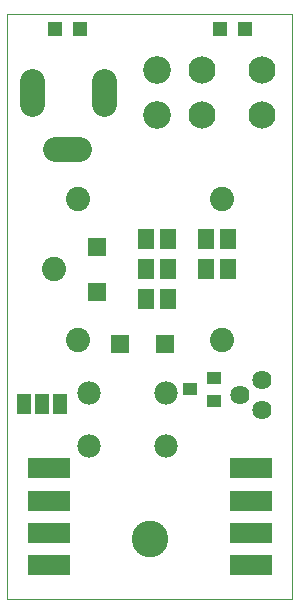
<source format=gbs>
G75*
G70*
%OFA0B0*%
%FSLAX24Y24*%
%IPPOS*%
%LPD*%
%AMOC8*
5,1,8,0,0,1.08239X$1,22.5*
%
%ADD10C,0.0000*%
%ADD11C,0.1221*%
%ADD12R,0.1418X0.0709*%
%ADD13C,0.0827*%
%ADD14C,0.0808*%
%ADD15C,0.0640*%
%ADD16C,0.0926*%
%ADD17C,0.0906*%
%ADD18R,0.0552X0.0670*%
%ADD19R,0.0591X0.0591*%
%ADD20R,0.0500X0.0670*%
%ADD21C,0.0780*%
%ADD22R,0.0490X0.0440*%
%ADD23R,0.0512X0.0512*%
D10*
X004180Y004050D02*
X013680Y004050D01*
X013680Y023550D01*
X004180Y023550D01*
X004180Y004050D01*
D11*
X008930Y006050D03*
D12*
X005560Y006260D03*
X005560Y005180D03*
X005560Y007340D03*
X005560Y008420D03*
X012300Y008420D03*
X012300Y007340D03*
X012300Y006260D03*
X012300Y005180D03*
D13*
X006574Y019060D02*
X005786Y019060D01*
X004999Y020556D02*
X004999Y021344D01*
X007400Y021344D02*
X007400Y020556D01*
D14*
X006542Y017412D03*
X005755Y015050D03*
X006542Y012688D03*
X011345Y012688D03*
X011345Y017412D03*
D15*
X012680Y011350D03*
X011930Y010850D03*
X012680Y010350D03*
D16*
X009180Y020200D03*
X009180Y021700D03*
D17*
X010680Y021700D03*
X010680Y020200D03*
X012680Y020200D03*
X012680Y021700D03*
D18*
X011554Y016050D03*
X010806Y016050D03*
X010806Y015050D03*
X011554Y015050D03*
X009554Y015050D03*
X009554Y014050D03*
X008806Y014050D03*
X008806Y015050D03*
X008806Y016050D03*
X009554Y016050D03*
D19*
X007180Y015798D03*
X007180Y014302D03*
X007932Y012550D03*
X009428Y012550D03*
D20*
X005930Y010550D03*
X005330Y010550D03*
X004730Y010550D03*
D21*
X006900Y010940D03*
X006900Y009160D03*
X009460Y009160D03*
X009460Y010940D03*
D22*
X010280Y011050D03*
X011080Y010676D03*
X011080Y011424D03*
D23*
X011267Y023050D03*
X012093Y023050D03*
X006593Y023050D03*
X005767Y023050D03*
M02*

</source>
